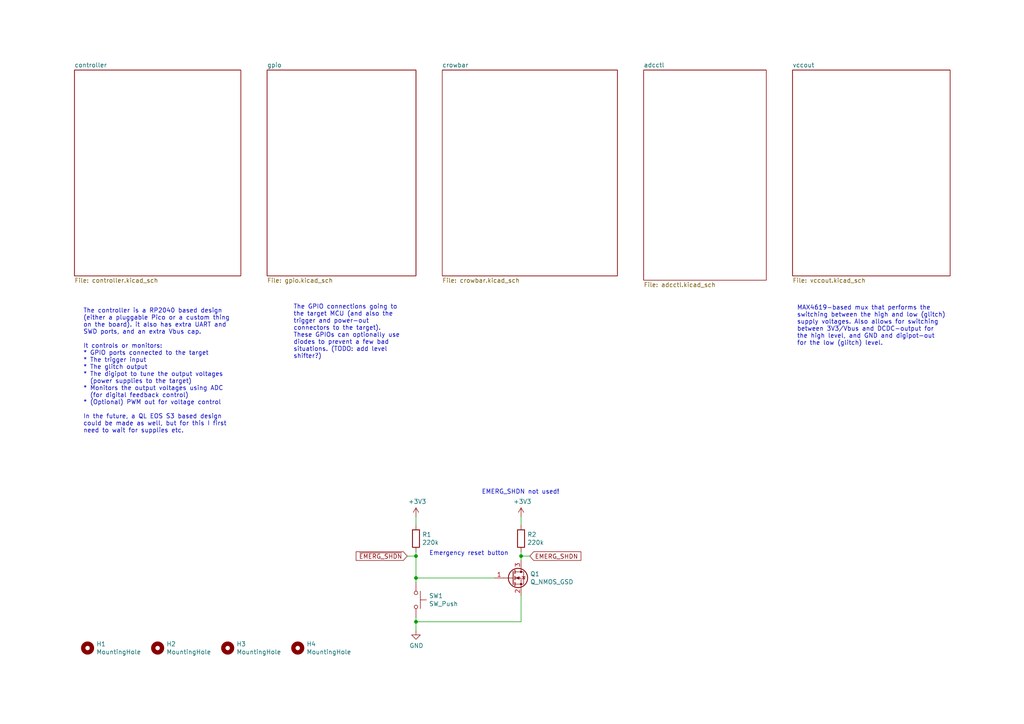
<source format=kicad_sch>
(kicad_sch (version 20211123) (generator eeschema)
  (paper "A4")
  (lib_symbols
    (symbol "Device:Q_NMOS_GSD" (pin_names (offset 0) hide)
      (property "Reference" "Q" (at 5.08 1.27 0))
      (property "Value" "Q_NMOS_GSD" (at 5.08 -1.27 0))
      (symbol "Q_NMOS_GSD_0_1"
        (polyline (pts (xy 0.254 0) (xy -2.54 0)))
        (polyline (pts (xy 0.254 1.905) (xy 0.254 -1.905)) (stroke (width 0.254)))
        (polyline (pts (xy 0.762 -1.27) (xy 0.762 -2.286)) (stroke (width 0.254)))
        (polyline (pts (xy 0.762 0.508) (xy 0.762 -0.508)) (stroke (width 0.254)))
        (polyline (pts (xy 0.762 2.286) (xy 0.762 1.27)) (stroke (width 0.254)))
        (polyline (pts (xy 2.54 2.54) (xy 2.54 1.778)))
        (polyline (pts (xy 2.54 -2.54) (xy 2.54 0) (xy 0.762 0)))
        (polyline (pts (xy 0.762 -1.778) (xy 3.302 -1.778) (xy 3.302 1.778) (xy 0.762 1.778)))
        (polyline (pts (xy 1.016 0) (xy 2.032 0.381) (xy 2.032 -0.381) (xy 1.016 0)) (fill (type outline)))
        (polyline (pts (xy 2.794 0.508) (xy 2.921 0.381) (xy 3.683 0.381) (xy 3.81 0.254)))
        (polyline (pts (xy 3.302 0.381) (xy 2.921 -0.254) (xy 3.683 -0.254) (xy 3.302 0.381)))
        (circle (center 1.651 0) (radius 2.794) (stroke (width 0.254)))
        (circle (center 2.54 -1.778) (radius 0.254) (fill (type outline)))
        (circle (center 2.54 1.778) (radius 0.254) (fill (type outline)))
      )
      (symbol "Q_NMOS_GSD_1_1"
        (pin input line (at -5.08 0 0) (length 2.54) (name "G") (number "1"))
        (pin passive line (at 2.54 -5.08 90) (length 2.54) (name "S") (number "2"))
        (pin passive line (at 2.54 5.08 270) (length 2.54) (name "D") (number "3"))
      )
    )
    (symbol "Device:R" (pin_numbers hide) (pin_names (offset 0))
      (property "Reference" "R" (at 2.032 0 90))
      (property "Value" "R" (at 0 0 90))
      (symbol "R_0_1"
        (rectangle (start -1.016 -2.54) (end 1.016 2.54) (stroke (width 0.254)))
      )
      (symbol "R_1_1"
        (pin passive line (at 0 3.81 270) (length 1.27) (name "~") (number "1"))
        (pin passive line (at 0 -3.81 90) (length 1.27) (name "~") (number "2"))
      )
    )
    (symbol "Mechanical:MountingHole" (pin_names (offset 1.016))
      (property "Reference" "H" (at 0 5.08 0))
      (property "Value" "MountingHole" (at 0 3.175 0))
      (symbol "MountingHole_0_1"
        (circle (center 0 0) (radius 1.27) (stroke (width 1.27)))
      )
    )
    (symbol "Switch:SW_Push" (pin_numbers hide) (pin_names (offset 1.016) hide)
      (property "Reference" "SW" (at 1.27 2.54 0))
      (property "Value" "SW_Push" (at 0 -1.524 0))
      (symbol "SW_Push_0_1"
        (circle (center -2.032 0) (radius 0.508))
        (polyline (pts (xy 0 1.27) (xy 0 3.048)))
        (polyline (pts (xy 2.54 1.27) (xy -2.54 1.27)))
        (circle (center 2.032 0) (radius 0.508))
        (pin passive line (at -5.08 0 0) (length 2.54) (name "1") (number "1"))
        (pin passive line (at 5.08 0 180) (length 2.54) (name "2") (number "2"))
      )
    )
    (symbol "power:+3V3" (power) (pin_names (offset 0))
      (property "Value" "+3V3" (at 0 3.556 0))
      (symbol "+3V3_0_1"
        (polyline (pts (xy -0.762 1.27) (xy 0 2.54)))
        (polyline (pts (xy 0 0) (xy 0 2.54)))
        (polyline (pts (xy 0 2.54) (xy 0.762 1.27)))
      )
      (symbol "+3V3_1_1"
        (pin power_in line (at 0 0 90) (length 0) hide (name "+3V3") (number "1"))
      )
    )
    (symbol "power:GND" (power) (pin_names (offset 0))
      (property "Value" "GND" (at 0 -3.81 0))
      (symbol "GND_0_1"
        (polyline (pts (xy 0 0) (xy 0 -1.27) (xy 1.27 -1.27) (xy 0 -2.54) (xy -1.27 -1.27) (xy 0 -1.27)))
      )
      (symbol "GND_1_1"
        (pin power_in line (at 0 0 270) (length 0) hide (name "GND") (number "1"))
      )
    )
  )
  (junction (at 120.65 161.29))
  (junction (at 120.65 167.64))
  (junction (at 151.13 161.29))
  (junction (at 120.65 180.34))
  (wire (pts (xy 151.13 161.29) (xy 151.13 162.56)))
  (wire (pts (xy 120.65 179.07) (xy 120.65 180.34)))
  (wire (pts (xy 118.11 161.29) (xy 120.65 161.29)))
  (wire (pts (xy 151.13 160.02) (xy 151.13 161.29)))
  (wire (pts (xy 120.65 168.91) (xy 120.65 167.64)))
  (wire (pts (xy 120.65 180.34) (xy 151.13 180.34)))
  (wire (pts (xy 120.65 149.86) (xy 120.65 152.4)))
  (wire (pts (xy 120.65 180.34) (xy 120.65 182.88)))
  (wire (pts (xy 120.65 161.29) (xy 120.65 167.64)))
  (wire (pts (xy 153.67 161.29) (xy 151.13 161.29)))
  (wire (pts (xy 120.65 167.64) (xy 143.51 167.64)))
  (wire (pts (xy 151.13 152.4) (xy 151.13 149.86)))
  (wire (pts (xy 151.13 180.34) (xy 151.13 172.72)))
  (wire (pts (xy 120.65 160.02) (xy 120.65 161.29)))
  (text "EMERG_SHDN not used!" (at 139.7 143.51 0) (effects (font (size 1.27 1.27)) (justify left bottom)))
  (text "MAX4619-based mux that performs the\nswitching between the high and low (glitch)\nsupply voltages. Also allows for switching\nbetween 3V3/Vbus and DCDC-output for\nthe high level, and GND and digipot-out\nfor the low (glitch) level." (at 231.14 100.33 0) (effects (font (size 1.27 1.27)) (justify left bottom)))
  (text "The GPIO connections going to\nthe target MCU (and also the\ntrigger and power-out\nconnectors to the target).\nThese GPIOs can optionally use\ndiodes to prevent a few bad\nsituations. (TODO: add level\nshifter?)" (at 85.09 104.14 0) (effects (font (size 1.27 1.27)) (justify left bottom)))
  (text "Emergency reset button" (at 124.46 161.29 0) (effects (font (size 1.27 1.27)) (justify left bottom)))
  (text "The controller is a RP2040 based design\n(either a pluggable Pico or a custom thing\non the board). it also has extra UART and\nSWD ports, and an extra Vbus cap.\n\nIt controls or monitors:\n* GPIO ports connected to the target\n* The trigger input\n* The glitch output\n* The digipot to tune the output voltages\n  (power supplies to the target)\n* Monitors the output voltages using ADC\n  (for digital feedback control)\n* (Optional) PWM out for voltage control\n\nIn the future, a QL EOS S3 based design\ncould be made as well, but for this I first\nneed to wait for supplies etc." (at 24.13 125.73 0) (effects (font (size 1.27 1.27)) (justify left bottom)))
  (global_label "~{EMERG_SHDN}" (shape input) (at 118.11 161.29 180) (property "Intersheet References" "${INTERSHEET_REFS}" (effects hide)))
  (global_label "EMERG_SHDN" (shape input) (at 153.67 161.29 0) (property "Intersheet References" "${INTERSHEET_REFS}" (effects hide)))
  (symbol (lib_id "Mechanical:MountingHole") (at 25.4 187.96 0) (unit 1) (in_bom no)
    (property "Reference" "H1" (at 27.94 186.7916 0) (effects (justify left)))
    (property "Value" "MountingHole" (at 27.94 189.103 0) (effects (justify left)))
    (property "Footprint" "MountingHole:MountingHole_3.2mm_M3_Pad_Via" (effects hide))
  )
  (symbol (lib_id "Mechanical:MountingHole") (at 45.72 187.96 0) (unit 1) (in_bom no)
    (property "Reference" "H2" (at 48.26 186.7916 0) (effects (justify left)))
    (property "Value" "MountingHole" (at 48.26 189.103 0) (effects (justify left)))
    (property "Footprint" "MountingHole:MountingHole_3.2mm_M3_Pad_Via" (effects hide))
  )
  (symbol (lib_id "Mechanical:MountingHole") (at 66.04 187.96 0) (unit 1) (in_bom no)
    (property "Reference" "H3" (at 68.58 186.7916 0) (effects (justify left)))
    (property "Value" "MountingHole" (at 68.58 189.103 0) (effects (justify left)))
    (property "Footprint" "MountingHole:MountingHole_3.2mm_M3_Pad_Via" (effects hide))
  )
  (symbol (lib_id "Mechanical:MountingHole") (at 86.36 187.96 0) (unit 1) (in_bom no)
    (property "Reference" "H4" (at 88.9 186.7916 0) (effects (justify left)))
    (property "Value" "MountingHole" (at 88.9 189.103 0) (effects (justify left)))
    (property "Footprint" "MountingHole:MountingHole_3.2mm_M3_Pad_Via" (effects hide))
  )
  (symbol (lib_id "Switch:SW_Push") (at 120.65 173.99 270) (unit 1)
    (property "Reference" "SW1" (at 124.4092 172.8216 90) (effects (justify left)))
    (property "Value" "SW_Push" (at 124.4092 175.133 90) (effects (justify left)))
    (property "Footprint" "Button_Switch_THT:SW_PUSH_6mm" (effects hide))
  )
  (symbol (lib_id "power:GND") (at 120.65 182.88 0) (unit 1)
    (property "Reference" "#PWR0101" (effects hide))
    (property "Value" "GND" (at 120.777 187.2742 0))
  )
  (symbol (lib_id "Device:Q_NMOS_GSD") (at 148.59 167.64 0) (unit 1) (in_bom no) (on_board no)
    (property "Reference" "Q1" (at 153.7716 166.4716 0) (effects (justify left)))
    (property "Value" "Q_NMOS_GSD" (at 153.7716 168.783 0) (effects (justify left)))
    (property "Footprint" "Package_TO_SOT_SMD:SOT-23" (effects hide))
  )
  (symbol (lib_id "Device:R") (at 151.13 156.21 0) (unit 1) (in_bom no) (on_board no)
    (property "Reference" "R2" (at 152.908 155.0416 0) (effects (justify left)))
    (property "Value" "220k" (at 152.908 157.353 0) (effects (justify left)))
    (property "Footprint" "Resistor_SMD:R_0805_2012Metric_Pad1.20x1.40mm_HandSolder" (effects hide))
  )
  (symbol (lib_id "power:+3V3") (at 151.13 149.86 0) (unit 1)
    (property "Reference" "#PWR0128" (effects hide))
    (property "Value" "+3V3" (at 151.511 145.4658 0))
  )
  (symbol (lib_id "Device:R") (at 120.65 156.21 0) (unit 1)
    (property "Reference" "R1" (at 122.428 155.0416 0) (effects (justify left)))
    (property "Value" "220k" (at 122.428 157.353 0) (effects (justify left)))
    (property "Footprint" "Resistor_SMD:R_0805_2012Metric_Pad1.20x1.40mm_HandSolder" (effects hide))
  )
  (symbol (lib_id "power:+3V3") (at 120.65 149.86 0) (unit 1)
    (property "Reference" "#PWR0153" (effects hide))
    (property "Value" "+3V3" (at 121.031 145.4658 0))
  )
  (sheet (at 21.59 20.32) (size 48.26 59.69)
    (property "Sheet name" "controller" (at 21.59 19.6084 0) (effects (justify left bottom)))
    (property "Sheet file" "controller.kicad_sch" (at 21.59 80.5946 0) (effects (justify left top)))
  )
  (sheet (at 77.47 20.32) (size 43.18 59.69)
    (property "Sheet name" "gpio" (at 77.47 19.6084 0) (effects (justify left bottom)))
    (property "Sheet file" "gpio.kicad_sch" (at 77.47 80.5946 0) (effects (justify left top)))
  )
  (sheet (at 229.87 20.32) (size 45.72 59.69)
    (property "Sheet name" "vccout" (at 229.87 19.6084 0) (effects (justify left bottom)))
    (property "Sheet file" "vccout.kicad_sch" (at 229.87 80.5946 0) (effects (justify left top)))
  )
  (sheet (at 128.27 20.32) (size 50.8 59.69) (stroke (width 0.1524))
    (property "Sheet name" "crowbar" (at 128.27 19.6084 0) (effects (justify left bottom)))
    (property "Sheet file" "crowbar.kicad_sch" (at 128.27 80.5946 0) (effects (justify left top)))
  )
  (sheet (at 186.69 20.32) (size 35.56 60.96) (stroke (width 0.1524))
    (property "Sheet name" "adcctl" (at 186.69 19.6084 0) (effects (justify left bottom)))
    (property "Sheet file" "adcctl.kicad_sch" (at 186.69 81.8646 0) (effects (justify left top)))
  )
)
</source>
